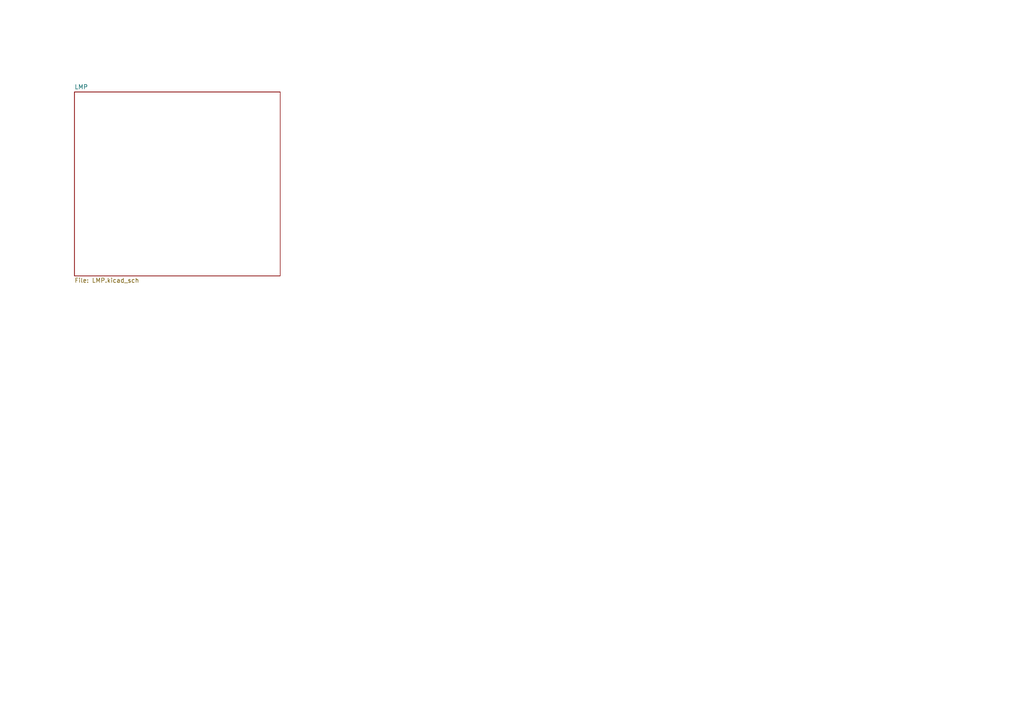
<source format=kicad_sch>
(kicad_sch
	(version 20250114)
	(generator "eeschema")
	(generator_version "9.0")
	(uuid "0c1eabe4-6165-4a99-ab4f-b53ac3e39937")
	(paper "A4")
	(lib_symbols)
	(sheet
		(at 21.59 26.67)
		(size 59.69 53.34)
		(exclude_from_sim no)
		(in_bom yes)
		(on_board yes)
		(dnp no)
		(fields_autoplaced yes)
		(stroke
			(width 0.1524)
			(type solid)
		)
		(fill
			(color 0 0 0 0.0000)
		)
		(uuid "e32d017c-5a9b-4ffe-9141-e2dc2b2a64a9")
		(property "Sheetname" "LMP"
			(at 21.59 25.9584 0)
			(effects
				(font
					(size 1.27 1.27)
				)
				(justify left bottom)
			)
		)
		(property "Sheetfile" "LMP.kicad_sch"
			(at 21.59 80.5946 0)
			(effects
				(font
					(size 1.27 1.27)
				)
				(justify left top)
			)
		)
		(instances
			(project "LMP91000SDX Board"
				(path "/0c1eabe4-6165-4a99-ab4f-b53ac3e39937"
					(page "2")
				)
			)
		)
	)
	(sheet_instances
		(path "/"
			(page "1")
		)
	)
	(embedded_fonts no)
)

</source>
